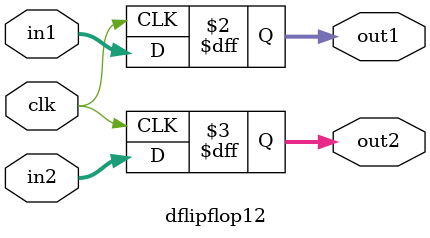
<source format=v>
`timescale 1ns / 1ps


module dflipflop12(out1,out2,in1,in2,clk);
input [31:0]in1,in2;
input clk;
output reg [31:0]out1,out2;
always@(posedge clk)
begin
out1<=in1;
out2<=in2;
end
endmodule

</source>
